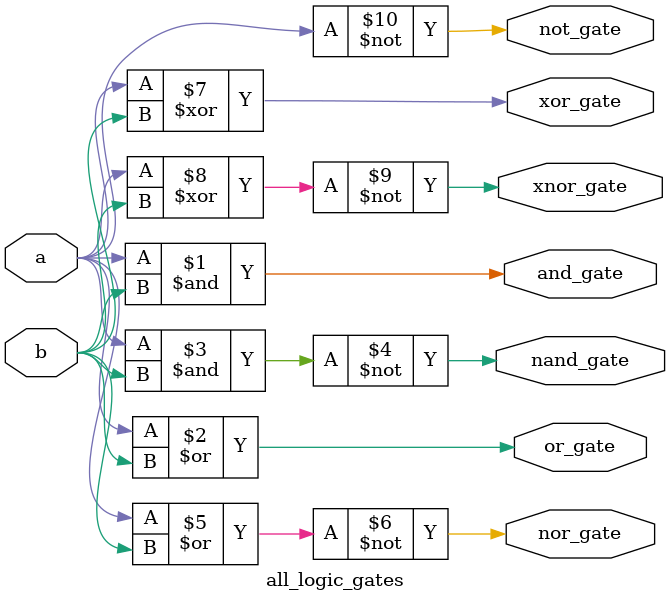
<source format=v>
module all_logic_gates(input a, b,
                       output not_gate,
                       output and_gate,
                       output or_gate,
                       output nand_gate,
                       output nor_gate,
                       output xor_gate,
                       output xnor_gate);
  
  not n1(not_gate,a);
  and a1(and_gate,a,b);
  or o1(or_gate,a,b);
  nand na1(nand_gate,a,b);
  nor no1(nor_gate,a,b);
  xor x1(xor_gate,a,b);
  xnor xn1(xnor_gate,a,b);
  
endmodule
   
</source>
